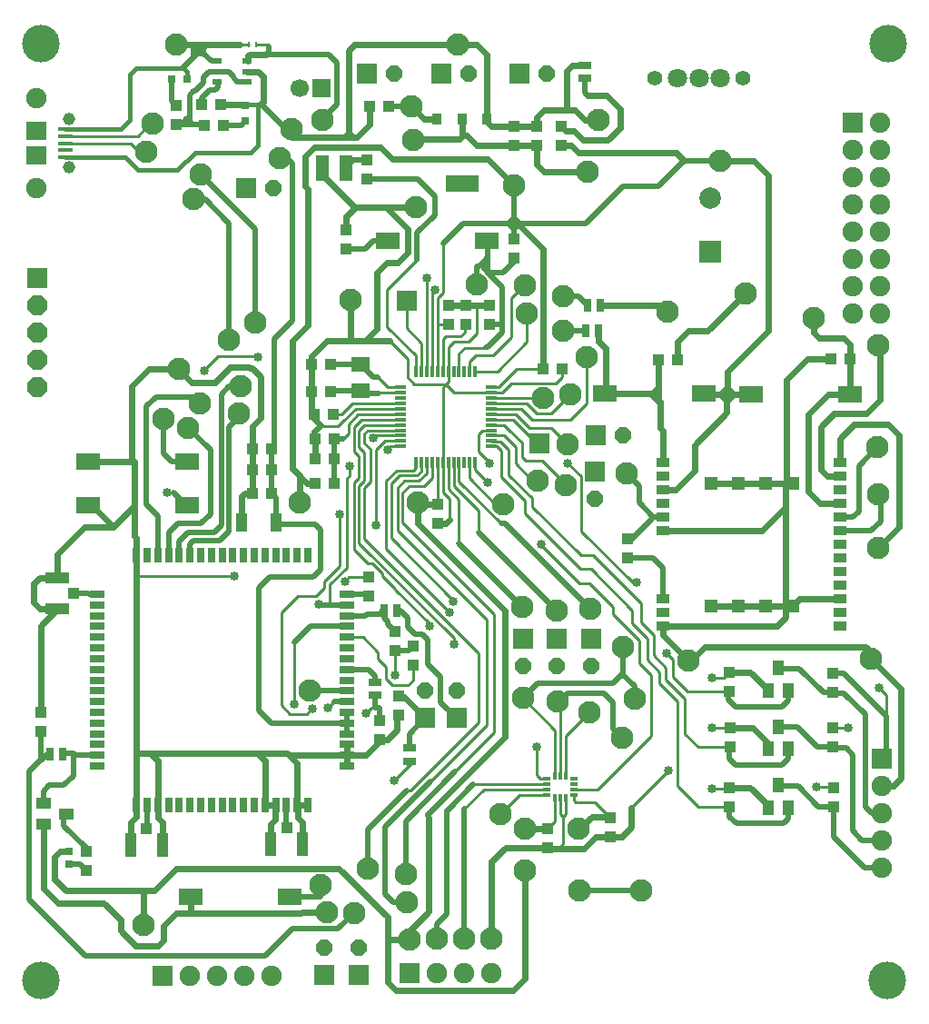
<source format=gbr>
%FSLAX35Y35*%
%MOIN*%
G04 EasyPC Gerber Version 18.0.9 Build 3640 *
%AMT25*0 Octagon Pad at angle 0*4,1,8,-0.01243,-0.03000,0.01243,-0.03000,0.03000,-0.01243,0.03000,0.01243,0.01243,0.03000,-0.01243,0.03000,-0.03000,0.01243,-0.03000,-0.01243,-0.01243,-0.03000,0*%
%ADD25T25*%
%AMT79*0 Octagon Pad at angle 0*4,1,8,-0.01549,-0.03740,0.01549,-0.03740,0.03740,-0.01549,0.03740,0.01549,0.01549,0.03740,-0.01549,0.03740,-0.03740,0.01549,-0.03740,-0.01549,-0.01549,-0.03740,0*%
%ADD79T79*%
%ADD21R,0.00827X0.01850*%
%ADD76R,0.01260X0.04134*%
%ADD86R,0.01378X0.03051*%
%ADD82R,0.02835X0.05315*%
%ADD20R,0.03150X0.03150*%
%ADD83R,0.03150X0.04724*%
%ADD26R,0.03543X0.04134*%
%ADD92R,0.03937X0.03937*%
%ADD70R,0.03937X0.04291*%
%ADD94R,0.03937X0.05512*%
%ADD91R,0.04134X0.08661*%
%ADD93R,0.04386X0.07094*%
%ADD78R,0.04764X0.09449*%
%ADD85R,0.05000X0.05000*%
%ADD23R,0.06693X0.06693*%
%ADD24R,0.07480X0.07480*%
%ADD29R,0.07874X0.07874*%
%ADD98C,0.01024*%
%ADD96C,0.01575*%
%ADD99C,0.01969*%
%ADD97C,0.02362*%
%ADD95C,0.03346*%
%ADD17C,0.04528*%
%ADD74C,0.05512*%
%ADD22C,0.06693*%
%ADD73C,0.07087*%
%ADD16C,0.07480*%
%ADD72C,0.07874*%
%ADD12C,0.08268*%
%ADD13C,0.13780*%
%ADD75R,0.04134X0.01260*%
%ADD87R,0.03051X0.01378*%
%ADD14R,0.05315X0.01575*%
%ADD18R,0.03543X0.02165*%
%ADD81R,0.05315X0.02835*%
%ADD19R,0.03150X0.03150*%
%ADD28R,0.04724X0.03150*%
%ADD84R,0.04724X0.03543*%
%ADD90R,0.03937X0.03937*%
%ADD71R,0.04291X0.03937*%
%ADD88R,0.05512X0.03937*%
%ADD89R,0.08661X0.04134*%
%ADD80R,0.06890X0.05512*%
%ADD27R,0.12205X0.06102*%
%ADD77R,0.08583X0.06299*%
%ADD15R,0.07480X0.07087*%
X0Y0D02*
D02*
D12*
X51441Y34093D03*
X52286Y317796D03*
X54786Y327914D03*
X58804Y219800D03*
X63286Y356914D03*
X64295Y237896D03*
X67790Y216430D03*
X69662Y300173D03*
X72033Y225416D03*
X72407Y309283D03*
X82641Y248629D03*
X86556Y221672D03*
X87009Y231531D03*
X92501Y255119D03*
X101487Y315399D03*
X105730Y325882D03*
X108600Y188973D03*
X112344Y120082D03*
X116338Y48570D03*
X117212Y329377D03*
X118709Y38710D03*
X127446Y263356D03*
X128819Y38461D03*
X133686Y54560D03*
X147664Y52813D03*
X147913Y42330D03*
X149138Y28601D03*
X149786Y334414D03*
X150286Y321914D03*
X151286Y297414D03*
X151907Y188973D03*
X159138Y28851D03*
X166786Y356914D03*
X169130Y28851D03*
X173872Y268847D03*
X179138Y28851D03*
X182359Y74654D03*
X183482Y188474D03*
X187286Y305414D03*
X190471Y150659D03*
X190721Y117211D03*
X191345Y268598D03*
X191470Y54061D03*
Y69417D03*
X192094Y258489D03*
X196087Y197085D03*
X198209Y227304D03*
X203076Y149286D03*
X203326Y115963D03*
X205323Y251999D03*
Y264604D03*
X206321Y195463D03*
X207070Y210439D03*
X208069Y228785D03*
X211064Y69412D03*
X211563Y46698D03*
X214059Y242264D03*
X214433Y310282D03*
X215182Y112094D03*
X215307Y150035D03*
X218286Y329414D03*
X226914Y102609D03*
X227288Y136057D03*
X228786Y199581D03*
X231656Y116837D03*
X234152Y46698D03*
X243887Y258988D03*
X251375Y130940D03*
X263160Y314414D03*
X272342Y265727D03*
X297428Y256741D03*
X318394Y131813D03*
X320891Y209441D03*
X321015Y172250D03*
Y191844D03*
Y246632D03*
D02*
D13*
X13750Y13500D03*
X13875Y357414D03*
X324406Y13750D03*
X324884Y357414D03*
D02*
D14*
X22736Y315678D03*
Y318237D03*
Y320796D03*
Y323355D03*
Y325914D03*
D02*
D15*
X12204Y316269D03*
Y325324D03*
D02*
D16*
Y304359D03*
Y337233D03*
X68523Y15497D03*
X78523D03*
X88523D03*
X98523D03*
X159138Y16495D03*
X169138D03*
X179138D03*
X311786Y258414D03*
Y268414D03*
Y278414D03*
Y288414D03*
Y298414D03*
Y308414D03*
Y318414D03*
X321786Y258414D03*
Y268414D03*
Y278414D03*
Y288414D03*
Y298414D03*
Y308414D03*
Y318414D03*
Y328414D03*
X322513Y55153D03*
Y65153D03*
Y75153D03*
Y85153D03*
D02*
D17*
X24015Y312036D03*
Y329556D03*
D02*
D18*
X78536Y343424D03*
Y350904D03*
X89536Y343424D03*
Y347164D03*
Y350904D03*
D02*
D19*
X23975Y56192D03*
Y60916D03*
X61637Y344414D03*
X67542D03*
D02*
D70*
X13616Y105100D03*
Y112100D03*
X30340Y54056D03*
Y61056D03*
X63286Y327664D03*
Y334664D03*
X125786Y281946D03*
Y288946D03*
X133286Y307656D03*
Y314656D03*
X133935Y154522D03*
Y161522D03*
X137929Y102105D03*
Y109105D03*
X143670Y134678D03*
Y141678D03*
X145168Y110841D03*
Y117841D03*
X150409Y129437D03*
Y136437D03*
X159286Y181230D03*
Y188230D03*
X163286Y254489D03*
Y261489D03*
X169786Y254489D03*
Y261489D03*
X178286Y254489D03*
Y261489D03*
X187286Y278826D03*
Y285826D03*
Y319914D03*
Y326914D03*
X195786Y319914D03*
Y326914D03*
X199831Y62417D03*
Y69417D03*
X204786Y319914D03*
Y326914D03*
X222795Y66411D03*
Y73411D03*
X229035Y168500D03*
Y175500D03*
X266352Y77477D03*
Y84477D03*
Y119702D03*
Y126702D03*
X266601Y99193D03*
Y106193D03*
X304292Y99193D03*
Y106193D03*
Y119328D03*
Y126328D03*
X304791Y77477D03*
Y84477D03*
D02*
D71*
X72786Y334914D03*
X73786Y327414D03*
X79786Y334914D03*
X80786Y327414D03*
X91307Y192374D03*
Y201110D03*
Y208567D03*
X98307Y192374D03*
Y201110D03*
Y208567D03*
X113065Y229626D03*
Y239776D03*
X114211Y221414D03*
X114452Y196087D03*
Y204914D03*
Y212414D03*
X120065Y229626D03*
Y239776D03*
X121211Y221414D03*
X121452Y196087D03*
Y204914D03*
Y212414D03*
X134286Y334414D03*
X141286D03*
X198204Y238146D03*
X205204D03*
X240262Y241391D03*
X247262D03*
X303662Y241640D03*
X310662D03*
D02*
D20*
X88786Y328908D03*
Y334814D03*
D02*
D21*
X90078Y357164D03*
X92677D03*
D02*
D22*
X108849Y340914D03*
D02*
D23*
X116723D03*
D02*
D24*
X12377Y271219D03*
X58523Y15497D03*
X89123Y304167D03*
X117711Y15614D03*
X130316D03*
X133286Y346414D03*
X148038Y262857D03*
X149138Y16495D03*
X154793Y109840D03*
X160786Y346414D03*
X166399Y109840D03*
X189536Y346414D03*
X190596Y139060D03*
X196587Y210564D03*
X203076Y139060D03*
X215681D03*
X216930Y200463D03*
X217296Y213809D03*
X311786Y328414D03*
X322513Y95153D03*
D02*
D25*
X99123Y304167D03*
X117711Y25614D03*
X130316D03*
X143286Y346414D03*
X154793Y119840D03*
X166399D03*
X170786Y346414D03*
X190596Y129060D03*
X199536Y346414D03*
X203076Y129060D03*
X215681D03*
X216930Y190463D03*
X227296Y213809D03*
D02*
D26*
X159231Y329725D03*
X168286D03*
X177341D03*
D02*
D27*
X168286Y306103D03*
D02*
D28*
X136307Y118344D03*
Y123068D03*
X149037Y94132D03*
Y98856D03*
X213286Y344664D03*
Y349389D03*
D02*
D29*
X259536Y281072D03*
D02*
D72*
Y300757D03*
D02*
D73*
X247412Y344664D03*
X255286D03*
X263160D03*
D02*
D74*
X239144D03*
X271428D03*
D02*
D75*
X145652Y209587D03*
Y211556D03*
Y213524D03*
Y215493D03*
Y217461D03*
Y219430D03*
Y221398D03*
Y223367D03*
Y225335D03*
Y227304D03*
Y229272D03*
Y231241D03*
X178920Y209587D03*
Y211556D03*
Y213524D03*
Y215493D03*
Y217461D03*
Y219430D03*
Y221398D03*
Y223367D03*
Y225335D03*
Y227304D03*
Y229272D03*
Y231241D03*
D02*
D76*
X151459Y203780D03*
Y237048D03*
X153428Y203780D03*
Y237048D03*
X155396Y203780D03*
Y237048D03*
X157365Y203780D03*
Y237048D03*
X159333Y203780D03*
Y237048D03*
X161302Y203780D03*
Y237048D03*
X163270Y203780D03*
Y237048D03*
X165239Y203780D03*
Y237048D03*
X167207Y203780D03*
Y237048D03*
X169176Y203780D03*
Y237048D03*
X171144Y203780D03*
Y237048D03*
X173113Y203780D03*
Y237048D03*
D02*
D77*
X31084Y187975D03*
Y204074D03*
X67304Y187975D03*
Y204074D03*
X68899Y44326D03*
X105120D03*
X141176Y284914D03*
X177396D03*
X220785Y228910D03*
X257005D03*
X274450Y228661D03*
X310670D03*
D02*
D78*
X116975Y311780D03*
X125597D03*
D02*
D79*
X12377Y231219D03*
Y241219D03*
Y251219D03*
Y261219D03*
D02*
D80*
X131065Y229855D03*
Y239697D03*
D02*
D81*
X34502Y92330D03*
Y96267D03*
Y100204D03*
Y104141D03*
Y108078D03*
Y112015D03*
Y115952D03*
Y119889D03*
Y123826D03*
Y127763D03*
Y131700D03*
Y135637D03*
Y139574D03*
Y143511D03*
Y147448D03*
Y151385D03*
Y155322D03*
X126038Y92330D03*
Y96267D03*
Y100204D03*
Y104141D03*
Y108078D03*
Y112015D03*
Y115952D03*
Y119889D03*
Y123826D03*
Y127763D03*
Y131700D03*
Y135637D03*
Y139574D03*
Y143511D03*
Y147448D03*
Y151385D03*
Y155322D03*
D02*
D82*
X48774Y78058D03*
Y169594D03*
X52711Y78058D03*
Y169594D03*
X56648Y78058D03*
Y169594D03*
X60585Y78058D03*
Y169594D03*
X64522Y78058D03*
Y169594D03*
X68459Y78058D03*
Y169594D03*
X72396Y78058D03*
Y169594D03*
X76333Y78058D03*
Y169594D03*
X80270Y78058D03*
Y169594D03*
X84207Y78058D03*
Y169594D03*
X88144Y78058D03*
Y169594D03*
X92081Y78058D03*
Y169594D03*
X96018Y78058D03*
Y169594D03*
X99955Y78058D03*
Y169594D03*
X103892Y78058D03*
Y169594D03*
X107829Y78058D03*
Y169594D03*
X111766Y78058D03*
Y169594D03*
D02*
D83*
X16995Y96744D03*
X21719D03*
X139685Y149286D03*
X144410D03*
X213819Y251999D03*
X214318Y261234D03*
X218543Y251999D03*
X219042Y261234D03*
D02*
D84*
X242089Y143622D03*
Y148622D03*
Y153622D03*
Y178622D03*
Y183622D03*
Y188622D03*
Y193622D03*
Y198622D03*
Y203622D03*
X307089Y143622D03*
Y148622D03*
Y153622D03*
Y158622D03*
Y163622D03*
Y168622D03*
Y173622D03*
Y178622D03*
Y183622D03*
Y188622D03*
Y193622D03*
Y198622D03*
Y203622D03*
D02*
D85*
X259589Y151162D03*
Y196083D03*
X269589Y151162D03*
Y196083D03*
X279589Y151162D03*
Y196083D03*
X289589Y151162D03*
Y196083D03*
D02*
D86*
X202445Y80652D03*
Y88624D03*
X204413Y80652D03*
Y88624D03*
X206382Y80652D03*
Y88624D03*
D02*
D87*
X199443Y81685D03*
Y83654D03*
Y85622D03*
Y87591D03*
X209384Y81685D03*
Y83654D03*
Y85622D03*
Y87591D03*
D02*
D88*
X14724Y71038D03*
Y78519D03*
X22992Y74778D03*
D02*
D89*
X19668Y149844D03*
Y161458D03*
D02*
D90*
X25573Y155651D03*
D02*
D91*
X46719Y63348D03*
X58333D03*
X98138Y63723D03*
X109752D03*
D02*
D92*
X52526Y69254D03*
X103945Y69628D03*
D02*
D93*
X87552Y181735D03*
X99946D03*
D02*
D94*
X280615Y77093D03*
Y98559D03*
Y119942D03*
X284356Y85360D03*
Y106826D03*
Y128209D03*
X288096Y77093D03*
Y98559D03*
Y119942D03*
D02*
D95*
X60177Y192717D03*
X73656Y237397D03*
X84763Y162141D03*
X93499Y242264D03*
X106728Y114840D03*
X113343Y113343D03*
X115714Y151532D03*
X118959Y113717D03*
X123327Y184730D03*
X125449Y160144D03*
X127196Y202202D03*
X132937Y111720D03*
X135683Y212561D03*
X136806Y180611D03*
X140924Y208318D03*
X143296Y87009D03*
X143670Y125573D03*
X155396Y271414D03*
X156400Y143670D03*
X158286Y266914D03*
X163639Y148787D03*
X165136Y152780D03*
X165511Y136930D03*
X177617Y196461D03*
X178241Y203450D03*
X195838Y99365D03*
X197335Y173622D03*
X207195Y203450D03*
X232405Y159520D03*
X243263Y133685D03*
X244012Y90628D03*
X259987Y84139D03*
Y106354D03*
Y124824D03*
X298551Y84638D03*
X310033Y106229D03*
X321515Y121080D03*
D02*
D96*
X22736Y325914D02*
X42942D01*
X46324Y329296*
Y346046*
X48692Y348414*
X65786*
X66036*
X67286Y347164*
Y344670*
X67542Y344414*
X93786Y334664D02*
Y334914D01*
X88887*
X88786Y334814*
X93786Y334664D02*
X93286D01*
Y319914*
X90786Y317414*
X70286*
X63786Y310914*
X49550*
X44786Y315678*
X22736*
D02*
D97*
X13616Y112100D02*
Y143792D01*
X19668Y149844*
X14724Y71038D02*
Y61659D01*
X14615Y61549*
Y47446*
X19981Y42080*
X36714*
X42954Y35840*
Y31846*
X48320Y26480*
X56807*
X58804Y28476*
Y33593*
X63546Y38336*
X68899*
X19668Y161458D02*
X13308D01*
X11120Y159270*
Y152281*
X13491Y149910*
X19602*
X19668Y149844*
X23975Y60916D02*
X20721D01*
X18858Y59053*
Y50691*
X22976Y46573*
X51316*
X31084Y187975D02*
X32346D01*
X40333Y179987*
X31084Y204074D02*
X48196D01*
X40333Y179987D02*
X29777D01*
X19668Y169878*
Y161458*
X46719Y63348D02*
Y71658D01*
X48774Y73713*
Y78058*
X48196Y187850D02*
Y204074D01*
Y187850D02*
X40333Y179987D01*
X48196Y204074D02*
X47197D01*
Y231781*
X53313Y237896*
X64295*
X48774Y162141D02*
Y134684D01*
X48899*
Y97118*
X48774Y169594D02*
Y162141D01*
Y169594D02*
Y175994D01*
X48196Y176572*
Y187850*
X48899Y97118D02*
Y88881D01*
X48774*
Y78058*
X51441Y34093D02*
Y42330D01*
X51316*
Y46573*
X53899Y97118D02*
X48899D01*
X56648Y78058D02*
Y94369D01*
X53899Y97118*
X58333Y63348D02*
Y71658D01*
X56645Y73347*
Y78055*
X56648Y78058*
X63286Y356914D02*
X69786D01*
X64295Y237896D02*
Y237646D01*
X68913Y233029*
X77649*
X83141Y238520*
X89630*
X91627Y237896*
X94498Y235026*
Y220049*
X91307Y216859*
Y208567*
X68899Y38336D02*
X109224D01*
X109599Y38710*
X118709*
X68899Y44326D02*
Y38336D01*
X69786Y356914D02*
X71786Y354914D01*
X72286*
X74536Y356914D02*
X86786D01*
X79786Y334914D02*
X88686D01*
X88786Y334814*
X87552Y181735D02*
Y191263D01*
X88632Y192343*
X91276*
X91307Y192374*
X89536Y347164D02*
X93536D01*
X95286Y345414*
Y336164*
X94411Y335289*
X91307Y192374D02*
Y201110D01*
Y208567*
X93087Y97118D02*
X53899D01*
X94411Y335289D02*
X93786Y334664D01*
X96018Y78058D02*
Y94187D01*
X93087Y97118*
X96018Y78058D02*
X99955D01*
X96286Y353414D02*
X90286D01*
X89786Y352914*
Y351154*
X98138Y63723D02*
Y71159D01*
X99702Y72723*
Y77805*
X99955Y78058*
X104195Y97118D02*
X93087D01*
X105730Y325882D02*
Y323012D01*
X125074*
X105730Y325882D02*
X103819D01*
X94411Y335289*
X106229Y201414D02*
Y218232D01*
X106104Y218357*
Y248414*
X111786Y254096*
Y303850*
X110722Y304914*
Y316023*
X113967Y319268*
X138286*
X142640Y314914*
X177786*
X187286Y305414*
X107829Y78058D02*
Y93484D01*
X104195Y97118*
X108600Y188973D02*
Y199043D01*
X106229Y201414*
X109752Y63723D02*
Y71533D01*
X107939Y73347*
Y77948*
X107829Y78058*
X111766D02*
X107829D01*
X113065Y229626D02*
Y222560D01*
X114211Y221414*
X113065Y229626D02*
Y239776D01*
Y242610*
X118709Y248255*
X127446*
X114211Y221414D02*
Y219731D01*
X116551Y217391*
X114452Y196087D02*
X111556D01*
X106229Y201414*
X114452Y212414D02*
X114217D01*
Y215057*
X116551Y217391*
X114452Y212414D02*
Y204914D01*
X116975Y311780D02*
Y309225D01*
X129036Y297164*
X125074Y323012D02*
X126572D01*
X125786Y288946D02*
Y293914D01*
X129036Y297164*
X126038Y92330D02*
Y96267D01*
X105046*
X104195Y97118*
X126038Y96267D02*
Y100204D01*
X126572Y323012D02*
X128285D01*
X126697Y331212D02*
Y324600D01*
X128285Y323012*
X126697Y331212D02*
Y324634D01*
X125074Y323012*
X126697Y331212D02*
Y327879D01*
X126572*
Y323012*
X127446Y248255D02*
Y263356D01*
Y248255D02*
X132687D01*
X128285Y323012D02*
X129663D01*
X134286Y327635*
Y334414*
X129036Y297164D02*
X129286Y297414D01*
X140286*
X132687Y248255D02*
X141786D01*
X137929Y102105D02*
X140919D01*
X144419Y105605*
Y110092*
X145168Y110841*
X137929Y102105D02*
Y101237D01*
X132937Y96244*
X126060*
X126038Y96267*
X140286Y297414D02*
X148286Y289414D01*
Y280577*
X144669Y276959*
X140675*
X137056Y273340*
Y252623*
X132687Y248255*
X140286Y297414D02*
X151286D01*
X140924Y28601D02*
Y36850D01*
X123214Y54560*
X63422*
X55434Y46573*
X51316*
X149138Y28601D02*
X140924D01*
X150285Y129312D02*
X150409Y129437D01*
X151907Y188973D02*
Y181485D01*
X184106Y149286*
Y102859*
X155901Y74654*
X155838*
X156150Y73031*
Y38835*
X149138Y31822*
Y28601*
X159231Y329725D02*
X154475D01*
X149786Y334414*
X159286Y188230D02*
X152650D01*
X151907Y188973*
X163286Y261489D02*
X169786D01*
X163786Y182730D02*
X162286Y181230D01*
X159286*
X166786Y356914D02*
X128899D01*
X126697Y354712*
Y331212*
X168286Y329725D02*
Y324164D01*
X168786Y323664*
X167536Y322414*
X150786*
X169786Y261489D02*
X173786D01*
X178286*
X177341Y329725D02*
Y353359D01*
X173786Y356914*
X166786*
X187286Y319914D02*
X173786D01*
X170036Y323664*
X168786*
X187286Y326914D02*
X179036D01*
X177286Y328664*
Y329670*
X177341Y329725*
X191470Y54061D02*
Y14374D01*
X187102Y10006*
X143920*
X140924Y13001*
Y28601*
X195786Y319914D02*
X187286D01*
X195786Y326914D02*
X187286D01*
X198204Y238146D02*
Y247909D01*
X198209Y247914*
Y281914*
X188709Y291414*
X187286*
X199831Y62417D02*
X199826Y62423D01*
X184356*
X179138Y57205*
Y28851*
X199831Y69417D02*
X191470D01*
X204786Y319914D02*
X208296D01*
X210939Y317271*
X246930*
X249786Y314414*
X206786Y332914D02*
X198286D01*
X195786Y330414*
Y326914*
X211064Y69412D02*
X211563D01*
X215931Y73780*
X222426*
X222795Y73411*
X213286Y349389D02*
X208761D01*
X206786Y347414*
Y332914*
X214286Y338414D02*
X221286D01*
X226286Y333414*
Y326414*
X221786Y321914*
X212786*
X209286Y325414*
X206286*
X204786Y326914*
X214433Y310282D02*
X212919D01*
X212786Y310414*
X198286*
X195786Y312914*
Y319914*
X218286Y329414D02*
X213286D01*
X209786Y332914*
X206786*
X218543Y251999D02*
Y248139D01*
X221048Y245634*
Y230269*
X220785Y230006*
Y228910*
X219042Y261234D02*
X243887D01*
Y258988*
X220785Y228910D02*
X237896D01*
X222795Y66411D02*
X226908D01*
X230533Y70036*
Y77150*
X222795Y66411D02*
X217554D01*
X213191Y62048*
X200200*
X199831Y62417*
X237896Y228910D02*
Y228785D01*
X240517Y226165*
X237896Y228910D02*
X238146D01*
X240517Y231281*
X237896Y228910D02*
X240517D01*
Y226165D02*
Y228910D01*
Y226165D02*
X241017D01*
Y216430*
X242089Y215358*
Y203622*
X240517Y228910D02*
Y231281D01*
Y241135*
X240262Y241391*
X242089Y143622D02*
Y140226D01*
X251375Y130940*
X242089Y143622D02*
X283902D01*
X287194Y146915*
Y151162*
X242089Y178622D02*
X278465D01*
X287069Y187226*
Y196083*
X242089Y193622D02*
X246633D01*
X253590Y200580*
Y210158*
X265478Y222046*
X247262Y241391D02*
Y247886D01*
X251250Y251874*
X258489*
X272342Y265727*
X251375Y130940D02*
X252374D01*
X257491Y136057*
X316522*
X318394Y134185*
Y131813*
X259589Y196083D02*
X269589D01*
X263107Y228661D02*
X257255D01*
X257005Y228910*
X263160Y314414D02*
X275324D01*
X280579Y309159*
Y252124*
X265603Y237147*
Y230657*
X265478Y222046D02*
Y226165D01*
X267974Y228661*
X265478Y222046D02*
Y226289D01*
X263107Y228661*
X265478Y222046D02*
Y228661D01*
X263107*
X265603Y230657D02*
X265977D01*
X267974Y228661*
X265603Y230657D02*
X264979D01*
Y230533*
X263107Y228661*
X265603Y230657D02*
Y228785D01*
X265478Y228661*
X267974D02*
X265478D01*
X269589Y151162D02*
X259589D01*
X274450Y228661D02*
X267974D01*
X279589Y151162D02*
X287194D01*
X279589Y196083D02*
X287069D01*
X280615Y77093D02*
Y77987D01*
X274214Y84388*
X266440*
X266352Y84477*
X280615Y98559D02*
Y100826D01*
X275088Y106354*
X266762*
X266601Y106193*
X280615Y119942D02*
Y120170D01*
X273965Y126821*
X266471*
X266352Y126702*
X287069Y196083D02*
X269589D01*
X287194Y151162D02*
Y195958D01*
X287069Y196083*
X287194Y151162D02*
X269589D01*
X289589D02*
X279589D01*
X289589Y196083D02*
X279589D01*
X297428Y256741D02*
Y256492D01*
X297552Y256367*
Y251250*
X299549Y249253*
X308410*
X310781Y246882*
Y242769*
X310662Y242650*
Y241640*
X303662D02*
X294931D01*
X287443Y234152*
Y196457*
X287069Y196083*
X307089Y153622D02*
X292049D01*
X289589Y151162*
X307089Y188622D02*
X299775D01*
X295431Y192967*
Y221297*
X302794Y228661*
X310670*
X307089Y198622D02*
X302380D01*
X299924Y201079*
Y216680*
X304791Y221547*
X316647*
X321764Y226664*
Y245883*
X321015Y246632*
X307089Y203622D02*
Y212487D01*
X312154Y217553*
X324635*
X328628Y213559*
Y179863*
X321015Y172250*
X310662Y241640D02*
Y228669D01*
X310670Y228661*
X322513Y85153D02*
X326647D01*
X329377Y87883*
Y120831*
X318394Y131813*
D02*
D98*
X13367Y94248D02*
X13616D01*
X22736Y320796D02*
X46823D01*
X49823Y317796*
X52286*
X22736Y323355D02*
X49319D01*
X53878Y327914*
X54786*
X60177Y192717D02*
X62562D01*
X73656Y237397D02*
Y237646D01*
X73780*
X78648Y242514*
X93499*
Y242264*
X84763Y162141D02*
X48774D01*
X86786Y356914D02*
X90078D01*
Y357164*
X92677D02*
X96536D01*
X97286Y356414*
X106728Y114840D02*
Y137804D01*
X113343Y113343D02*
X113218D01*
X111346Y111470*
X105106*
X101986Y114591*
Y148787*
X107976Y154777*
X114716*
X117586Y157648*
Y160019*
X123327Y165760*
Y184730*
X115861Y151385D02*
X115714Y151532D01*
X118959Y113717D02*
X121330Y116088D01*
X126038Y139574D02*
X131916D01*
X137430Y134060*
Y131564*
X140425Y128569*
Y124200*
X142672Y121954*
X148537*
X150285Y123701*
Y129312*
X127196Y202202D02*
Y198833D01*
X126073Y197709*
Y165136*
X119833Y158896*
Y151385*
X133935Y161522D02*
X126827D01*
X125449Y160144*
X136431Y113717D02*
X134934D01*
X132937Y111720*
X136806Y180611D02*
Y208443D01*
X139919Y211556*
X141786Y248255D02*
X148286Y241755D01*
Y234914*
X150786Y232414*
X162286*
X143670Y134678D02*
Y125573D01*
X145652Y209587D02*
X142194D01*
X140924Y208318*
X145652Y211556D02*
X139919D01*
X145652Y213524D02*
X136646D01*
X135683Y212561*
X145652Y215493D02*
X133686D01*
X132438Y214245*
Y210814*
X134684Y208567*
Y196586*
X132438Y194340*
Y175744*
X174496Y133685*
Y108350*
X149411Y83265*
X147913*
X145652Y217461D02*
X132563D01*
X130533Y215431*
Y209224*
X132563Y207194*
Y197085*
X130566Y195089*
Y174122*
X165511Y139177*
Y136930*
X145652Y219430D02*
X131439D01*
X128689Y216680*
Y207698*
X130316Y206071*
Y197964*
X128689Y196337*
Y171755*
X133686Y166758*
X135308*
X139052Y163014*
Y162011*
X143795Y157269*
Y157153*
X156400Y144548*
Y143670*
X145652Y221398D02*
X130191D01*
X126603Y217810*
Y214436*
X124603Y212436*
X145652Y223367D02*
Y223419D01*
X129318*
X124813Y218914*
Y218860*
X122867Y216914*
X117286*
X116809Y217391*
X116551*
X145652Y225335D02*
X128070D01*
X124148Y221414*
X121211*
X145652Y229272D02*
X138144D01*
X137786Y228914*
X145652Y231241D02*
X140959D01*
X137286Y234914*
X149037Y92750D02*
X143296Y87009D01*
X151459Y203780D02*
Y201755D01*
X150534Y200830*
X144294*
X140550Y197085*
Y171875*
X163639Y148787*
X151459Y237048D02*
Y242837D01*
X140800Y253496*
Y266971*
X151786Y277958*
X153428Y237048D02*
Y247358D01*
X147913Y252872*
Y262732*
X148038Y262857*
X155396Y237048D02*
Y271414D01*
X156650Y86510D02*
X177492Y107352D01*
Y145916*
X144669Y178739*
Y194465*
X147040Y196836*
X152406*
X155402Y199831*
Y203661*
X155396Y203666*
Y203780*
X157365Y237048D02*
Y265993D01*
X158286Y266914*
X159333Y203780D02*
Y188277D01*
X159286Y188230*
X159333Y254489D02*
Y237048D01*
X161286Y283914D02*
Y265977D01*
X159333Y264024*
Y254489*
X161302Y203780D02*
Y231430D01*
X162286Y232414*
X161302Y203780D02*
Y192714D01*
X163786Y190230*
Y182730*
X161302Y237048D02*
Y249005D01*
X162286Y249989*
X167786*
X169286Y251489*
Y253989*
X169786Y254489*
X163270Y203780D02*
Y193959D01*
X167133Y190096*
Y173997*
X163270Y237048D02*
Y245865D01*
X165286Y247880*
X170786*
X173786Y250880*
Y261489*
X163270Y237048D02*
Y233398D01*
X162286Y232414*
X163286Y254489D02*
X159333D01*
X165136Y152780D02*
Y153155D01*
X142422Y175869*
Y195962*
X145293Y198833*
X151657*
X153280Y200455*
Y203632*
X153428Y203780*
X165239D02*
Y195111D01*
X174247Y186103*
Y178115*
X165760Y90254D02*
X180113Y104606D01*
Y148163*
X146541Y181735*
Y192593*
X149037Y195089*
X154403*
X157274Y197959*
Y203689*
X157365Y203780*
X167207D02*
Y196637D01*
X182609Y181235*
X167207Y237048D02*
Y243680D01*
X169286Y245759*
X176786*
X177017Y245989*
X169130Y76540D02*
X176244Y83654D01*
X171144Y237048D02*
Y240784D01*
X173373Y243013*
X179863*
X186478Y249628*
Y264105*
X190970Y268598*
X191345*
X173113Y237048D02*
X181261D01*
X192094Y247880*
Y258489*
X177617Y196461D02*
X173124Y200954D01*
Y203770*
X173113Y203780*
X178241Y203450D02*
Y203825D01*
X174372Y207694*
Y213934*
X175869Y215431*
X178859*
X178920Y215493*
Y217461D02*
X183760D01*
X185729Y215493*
X190346Y210875*
Y205822*
X191844Y204324*
X197835*
X206696Y195463*
X206321*
X178920Y219430D02*
X186977D01*
X195843Y210564*
X196587*
X178920Y221398D02*
Y221422D01*
X188225*
X193217Y216430*
X201080*
X207070Y210439*
X178920Y223367D02*
X190097D01*
X194163Y219300*
X208069*
X214059Y225291*
Y242264*
X178920Y225335D02*
X191969D01*
X195757Y221547*
X200955*
X208193Y228785*
X208069*
X178920Y227304D02*
X198209D01*
X178920Y229272D02*
X182904D01*
X186286Y232654*
X202702*
X205204Y235156*
Y238146*
X178920Y229272D02*
X165428D01*
X162286Y232414*
X178920Y231241D02*
X181613D01*
X184730Y234358*
Y234414*
X188462Y238146*
X198204*
X183482Y188474D02*
X180487D01*
X171127Y197834*
Y203763*
X171144Y203780*
X196087Y197085D02*
X194215D01*
X187975Y203326*
Y209281*
X183732Y213524*
X178920*
X197335Y173622D02*
Y173498D01*
X211563Y159270*
X215182*
X223794Y150659*
Y148163*
X233528Y138428*
Y129941*
X237896Y125573*
Y103483*
X231656Y97243*
X231642*
X218053Y83654*
X209384*
X199443Y81685D02*
X189391D01*
X182359Y74654*
X199443Y83654D02*
X176244D01*
X199443Y85622D02*
X172500D01*
X199443Y87591D02*
X197004D01*
X195713Y88881*
Y99240*
X195838Y99365*
X202445Y80652D02*
Y72031D01*
X199831Y69417*
X202445Y88624D02*
Y105487D01*
X190721Y117211*
X204413Y80652D02*
Y74689D01*
X205448Y73655*
X204413Y88624D02*
Y114876D01*
X203326Y115963*
X205448Y73655D02*
Y63796D01*
X204200Y62548*
X199962*
X199831Y62417*
X206382Y80652D02*
Y74589D01*
X205448Y73655*
X206382Y88624D02*
Y103294D01*
X215182Y112094*
X209384Y81685D02*
Y79703D01*
X209941Y79146*
X217060*
X222795Y73411*
X230533Y77150D02*
X244012Y90628D01*
X232405Y159520D02*
X230907D01*
X211937Y178490*
Y198708*
X207195Y203450*
X259987Y84139D02*
X266013D01*
X259987Y106354D02*
X266440D01*
X266601Y106193*
X259987Y124824D02*
X264474D01*
X266352Y126702*
Y77477D02*
X254917D01*
X247506Y84887*
Y115963*
X240892Y122578*
Y126696*
X236399Y131189*
Y139052*
X230783Y144668*
Y149411*
X215681Y164512*
X211688*
X191345Y184855*
Y189722*
X182858Y198209*
Y207943*
X181111Y209691*
X179023*
X178920Y209587*
X266352Y119702D02*
X251131D01*
X245759Y125074*
Y131189*
X243263Y133685*
X266601Y99193D02*
X254917D01*
X250002Y104107*
Y117087*
X243138Y123951*
Y128444*
X238645Y132937*
Y140425*
X234028Y145043*
Y152031*
X216555Y169504*
X211937*
X193966Y187476*
Y190596*
X185479Y199082*
Y208318*
X182359Y211438*
X179038*
X178920Y211556*
X298551Y84638D02*
X304630D01*
X310033Y106229D02*
X304328D01*
X324135Y110597D02*
Y118459D01*
X321515Y121080*
D02*
D99*
X13616Y94248D02*
Y105100D01*
X14724Y78519D02*
Y83125D01*
X16861Y85262*
X22228*
X25722Y88756*
X16995Y96744D02*
X16112D01*
X13616Y94248*
X23975Y56192D02*
X28204D01*
X30340Y54056*
X25573Y155651D02*
X31151D01*
X31480Y155322*
X34502*
X25722Y88756D02*
Y96855D01*
X21831*
X21719Y96744*
X30340Y61056D02*
Y62298D01*
X22228Y70410*
Y74014*
X22992Y74778*
X34502Y96267D02*
X26310D01*
X25722Y96855*
X52711Y78058D02*
Y69439D01*
X52526Y69254*
X58804Y219800D02*
Y206945D01*
X61799Y203950*
X67180*
X67304Y204074*
X60585Y169594D02*
Y177900D01*
X63921Y181235*
X72532*
X76027Y184730*
Y208193*
X67790Y216430*
X61637Y344414D02*
Y336314D01*
X63286Y334664*
X62562Y192717D02*
X67304Y187975D01*
X63286Y327664D02*
X65286D01*
X64522Y169594D02*
Y174723D01*
X67665Y177866*
X77275*
X80020Y180611*
Y228661*
X82891Y231531*
X87009*
X65286Y327664D02*
X67286D01*
X69286*
X68286Y329914D02*
Y328664D01*
X69286Y327664*
X68286Y329914D02*
X67536D01*
X65286Y327664*
X68286Y329914D02*
Y328914D01*
X67286*
Y327664*
X68459Y169594D02*
Y173543D01*
X69787Y174870*
X79521*
X82891Y178240*
Y216509*
X86556Y220174*
Y221672*
X69286Y327664D02*
X73536D01*
X73786Y327414*
X69786Y356914D02*
X74536D01*
X69786D02*
Y352914D01*
X70036Y352664*
X65786Y348414*
X70911Y353539D02*
X70036Y352664D01*
X72033Y225416D02*
Y227787D01*
X56058*
X52439Y224168*
Y188224*
X56682Y183981*
Y177151*
X56648Y177117*
Y169594*
X72286Y354914D02*
X70911Y353539D01*
X72786Y334914D02*
Y337414D01*
X75786Y340414*
X77786*
X78786Y341414*
Y343174*
X78536Y343424*
X73411Y356039D02*
X72286Y354914D01*
X73411Y356039D02*
X73661D01*
X74536Y356914*
X73536Y353664D02*
X71036D01*
X70911Y353539*
X73536Y353664D02*
Y355915D01*
X73411Y356039*
X73536Y353664D02*
X72286Y354914D01*
X78536Y350904D02*
X76296D01*
X73536Y353664*
X80786Y327414D02*
X87292D01*
X88786Y328908*
X82641Y248629D02*
Y291437D01*
X73905Y300173*
X69662*
X89536Y343424D02*
X85776D01*
X84286Y344914*
Y345414*
X82786Y346914*
X75286*
X73286Y344914*
Y342914*
X70286Y339914*
X69786*
X68286Y338414*
Y329914*
X89786Y351154D02*
X89536Y350904D01*
X92501Y255119D02*
Y289190D01*
X72407Y309283*
X97286Y356414D02*
Y354414D01*
X96286Y353414*
X98307Y192374D02*
Y201110D01*
Y208567*
X99549Y249128D02*
Y209809D01*
X98307Y208567*
X99946Y181735D02*
X100570Y181111D01*
X114341*
X116463Y178989*
Y164262*
X113842Y161641*
X97867*
X93749Y157523*
Y112594*
X98242Y108101*
X116550*
X116573Y108078*
X126038*
X99946Y181735D02*
Y190735D01*
X98307Y192374*
X101487Y315399D02*
X104107D01*
X106104Y313402*
Y258364*
X105980Y258239*
Y255559*
X99549Y249128*
X103892Y78058D02*
Y69681D01*
X103945Y69628*
X105120Y44326D02*
X116338D01*
Y48570*
X106728Y137804D02*
X112594Y143670D01*
X125879*
X126038Y143511*
X112344Y120082D02*
X125845D01*
X126038Y119889*
X117212Y329377D02*
Y329751D01*
X122454Y334993*
Y350469*
X119458Y353464*
X96861*
X96811Y353414*
X96286*
X119833Y151385D02*
X115861D01*
X121330Y116088D02*
X125902D01*
X126038Y115952*
X121452Y196087D02*
Y204914D01*
Y212414*
X124603Y212436D02*
X121452D01*
Y212414*
X125786Y281946D02*
X132818D01*
X135786Y284914*
X141176*
X126038Y104141D02*
Y108078D01*
Y112015D02*
Y108078D01*
Y127763D02*
X133992D01*
X136307Y125448*
Y123068*
X126038Y147448D02*
X132722D01*
X133436Y148163*
X138063*
X139186Y149286*
X139685*
X126038Y151385D02*
X119833D01*
X126038Y155322D02*
X133135D01*
X133935Y154522*
X128819Y38461D02*
X128694D01*
X122828Y32595*
X105980*
X95995Y22611*
X30090*
X9373Y43328*
Y90254*
X13367Y94248*
X131065Y229855D02*
X120294D01*
X120065Y229626*
X131065Y239697D02*
X120144D01*
X120065Y239776*
X133286Y314656D02*
X128473D01*
X125597Y311780*
X136431Y113717D02*
X136307D01*
Y118344*
X137286Y234914D02*
X135848D01*
X131065Y239697*
X137786Y228914D02*
X132006D01*
X131065Y229855*
X137929Y109105D02*
Y113717D01*
X136431*
X139685Y149286D02*
Y146656D01*
X140924Y145417*
Y144424*
X143670Y141678*
X141286Y334414D02*
X149786D01*
X143670Y134678D02*
X148651D01*
X150409Y136437*
X144410Y149286D02*
X145792D01*
X148537Y146540*
Y143295*
X151033Y140799*
X153779*
X155776Y138802*
Y129817*
X160519Y125074*
Y115714*
X162141Y114091*
X162148*
X166399Y109840*
X145168Y117841D02*
X146792D01*
X154793Y109840*
X147664Y52813D02*
Y72157D01*
X165760Y90254*
X147913Y42330D02*
X143171D01*
X140051Y45450*
Y69911*
X156650Y86510*
X147913Y83265D02*
X133686Y69037D01*
Y54560*
X149037Y94132D02*
Y92750D01*
Y98856D02*
Y104084D01*
X154793Y109840*
X150786Y322414D02*
X150286Y321914D01*
X151786Y277958D02*
Y287914D01*
X158286Y294414*
Y301414*
X152045Y307656*
X133286*
X159138Y28851D02*
Y34209D01*
X162890Y37961*
Y76012*
X162959Y76082*
X167133Y173997D02*
X190471Y150659D01*
X169130Y28851D02*
Y76540D01*
X172500Y85622D02*
X162959Y76082D01*
X173872Y268847D02*
Y275711D01*
X174704*
X174247Y178115D02*
X203076Y149286D01*
X174704Y275711D02*
X176079Y277091D01*
X177343Y278567*
X177017Y245989D02*
X177733D01*
X183233Y251489*
X177343Y278567D02*
X177786Y278993D01*
Y284524*
X177396Y284914*
X177741Y275836D02*
X174828D01*
X174704Y275711*
X177741Y275836D02*
Y278576D01*
X177733Y278567*
X177343*
X177741Y275836D02*
X176486Y277091D01*
X176079*
X178286Y254489D02*
X183108D01*
X182609Y181235D02*
X184106D01*
X215307Y150035*
X183108Y254489D02*
Y251614D01*
X183233Y251489*
X183108Y254489D02*
Y256543D01*
X183233Y256668*
Y256989*
X183108Y254489D02*
X182983D01*
Y251414*
X183233*
Y256989*
Y251489D02*
Y251414D01*
Y256989D02*
Y267884D01*
X177741Y273376*
Y275836*
X185286Y291414D02*
X168786D01*
X161286Y283914*
X187286Y278826D02*
Y277269D01*
X183482Y273465*
X177814*
X176079Y275200*
Y277091*
X187286Y285826D02*
Y288914D01*
Y289414*
X189286Y291414*
X187286Y288914D02*
Y289414D01*
X185286Y291414*
X187286Y288914D02*
Y291414D01*
X185286*
X187286Y293414D02*
X189286Y291414D01*
X187286Y293414D02*
X185286Y291414D01*
X187286Y293414D02*
Y291414D01*
Y305414D02*
Y293414D01*
X189286Y291414D02*
X187286D01*
X190721Y117211D02*
Y117336D01*
X196212Y122828*
X223794*
X227101Y126135*
X205323Y251999D02*
X213819D01*
X205323Y264604D02*
X210948D01*
X214318Y261234*
X211563Y46698D02*
X234152D01*
X213286Y344664D02*
Y339414D01*
X214286Y338414*
X226914Y102609D02*
X223669Y105854D01*
Y115714*
X220424Y118959*
X207195*
X204200Y115963*
X203326*
X227101Y126135D02*
X227288Y126322D01*
Y136057*
X229035Y168500D02*
X238401D01*
X242015Y164886*
Y153696*
X242089Y153622*
X229035Y175500D02*
Y175245D01*
X230283*
X238089Y183051*
Y183622*
X242089*
X231656Y116837D02*
Y121580D01*
X227101Y126135*
X242089Y183622D02*
X238520D01*
Y183783*
X233455Y188848*
Y194913*
X228786Y199581*
X249786Y314414D02*
X240286Y304914D01*
X227286*
X213786Y291414*
X189286*
X263160Y314414D02*
X249786D01*
X266013Y84139D02*
X266352Y84477D01*
X288096Y77093D02*
Y73059D01*
X286320Y71284*
X268972*
X266476Y73780*
Y77352*
X266352Y77477*
X288096Y98559D02*
Y95150D01*
X285571Y92625*
X268848*
X266476Y94996*
Y99068*
X266601Y99193*
X288096Y119942D02*
Y116491D01*
X285696Y114091*
X268723*
X266227Y116587*
Y119577*
X266352Y119702*
X304292Y99193D02*
X298848D01*
X291312Y106728*
X284454*
X284356Y106826*
X304292Y119328D02*
X300928D01*
X292186Y128069*
X284496*
X284356Y128209*
X304292Y126328D02*
X308405D01*
X324135Y110597*
X304328Y106229D02*
X304292Y106193D01*
X304630Y84638D02*
X304791Y84477D01*
Y77477D02*
X299222D01*
X291811Y84887*
X284828*
X284356Y85360*
X307089Y178622D02*
X318527D01*
X322014Y182109*
Y191844*
X321015*
X307089Y183622D02*
X311796D01*
X313902Y185728*
Y202452*
X320891Y209441*
X322513Y55153D02*
X316055D01*
X304791Y66417*
Y77477*
X322513Y65153D02*
X315165D01*
X311780Y68538*
Y96369*
X309284Y98865*
X304619*
X304292Y99193*
X322513Y75153D02*
X318644D01*
X316398Y77399*
Y111221*
X308535Y119083*
X304536*
X304292Y119328*
X324135Y110597D02*
Y96775D01*
X322513Y95153*
X0Y0D02*
M02*

</source>
